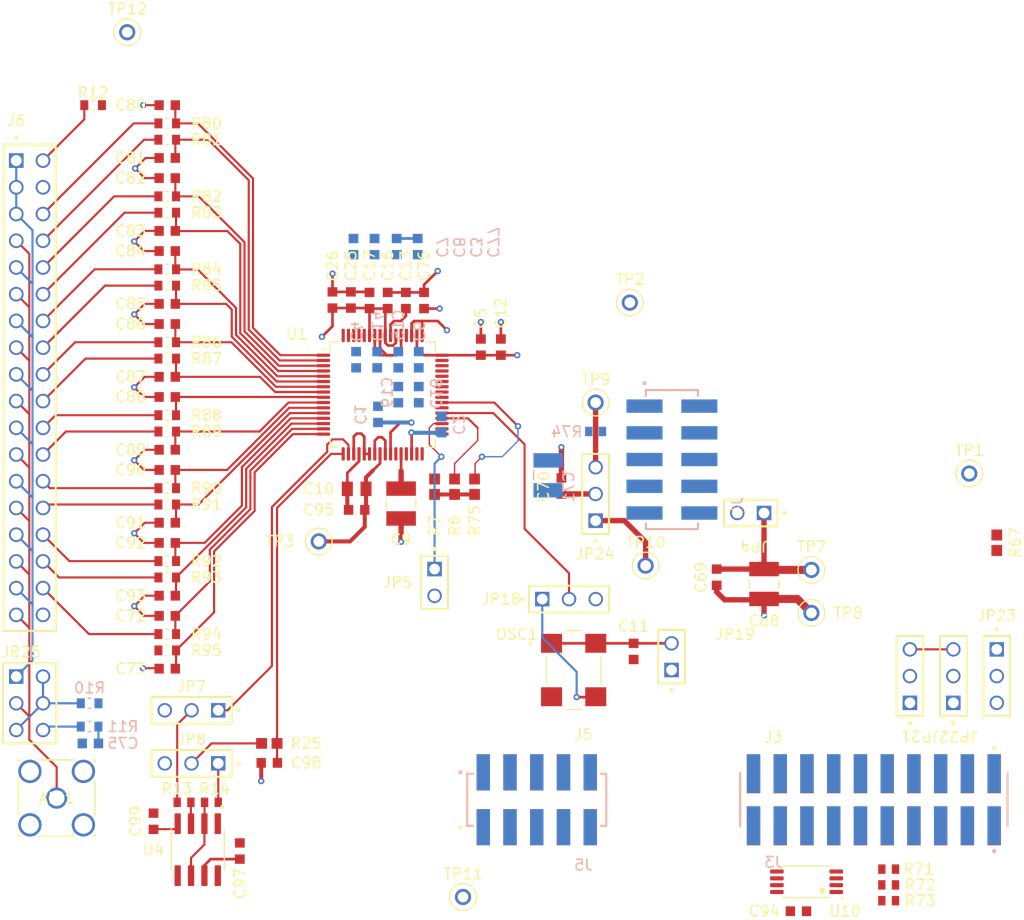
<source format=kicad_pcb>
(kicad_pcb (version 20240108) (generator "pcbnew") (generator_version "8.0")
  (layers (0 "F.Cu" signal) (1 "In1.Cu" signal) (2 "In2.Cu" signal) (31 "B.Cu" signal) (34 "B.Paste" user) (35 "F.Paste" user) (36 "B.SilkS" user "B.Silkscreen") (37 "F.SilkS" user "F.Silkscreen") (38 "B.Mask" user) (39 "F.Mask" user) (44 "Edge.Cuts" user))
  (net 0 "")
  (net 1 "11")
  (net 2 "AVSS")
  (net 3 "VCAP4")
  (net 4 "GNDA")
  (net 5 "VCAP2")
  (net 6 "VCAP3")
  (net 7 "AVDD")
  (net 8 "VCAP1")
  (net 9 "VREFP")
  (net 10 "Net-(OSC1-E{slash}D)")
  (net 11 "AIN1N")
  (net 12 "AIN1P")
  (net 13 "REF_ELEC")
  (net 14 "AIN8N")
  (net 15 "AIN8P")
  (net 16 "AIN7N")
  (net 17 "AIN7P")
  (net 18 "AIN6N")
  (net 19 "AIN6P")
  (net 20 "AIN5N")
  (net 21 "AIN5P")
  (net 22 "AIN4N")
  (net 23 "AIN4P")
  (net 24 "AIN3N")
  (net 25 "AIN3P")
  (net 26 "AIN2N")
  (net 27 "AIN2P")
  (net 28 "Net-(U4-V-)")
  (net 29 "36")
  (net 30 "10")
  (net 31 "20")
  (net 32 "1")
  (net 33 "24")
  (net 34 "28")
  (net 35 "14")
  (net 36 "32")
  (net 37 "26")
  (net 38 "18")
  (net 39 "6")
  (net 40 "22")
  (net 41 "8")
  (net 42 "12")
  (net 44 "30")
  (net 45 "34")
  (net 46 "16")
  (net 47 "Net-(J6-Pad02)")
  (net 48 "BIAS_ELEC")
  (net 49 "SRB2")
  (net 50 "{slash}PWDN")
  (net 51 "Net-(JP8-Pad02)")
  (net 52 "Net-(U4--IN)")
  (net 53 "EXT_CLK")
  (net 54 "CLK")
  (net 55 "Net-(OSC1-OUTPUT)")
  (net 56 "DVDD")
  (net 57 "Net-(JP25-Pad02)")
  (net 58 "Net-(JP25-Pad06)")
  (net 59 "{slash}RESET")
  (net 60 "BIAS_SHD")
  (net 61 "Net-(U4-+IN)")
  (net 62 "SRB1")
  (net 63 "SPI_CS")
  (net 65 "GPIO1")
  (net 66 "SPI_START")
  (net 67 "GPIO4")
  (net 68 "DAISY_IN")
  (net 69 "CLKSEL")
  (net 70 "GPIO3")
  (net 71 "GPIO2")
  (net 72 "SPI_DRDY")
  (net 73 "SPI_IN")
  (net 74 "SPI_CLK")
  (net 75 "SPI_OUT")
  (net 77 "Net-(JP8-Pad01)")
  (net 78 "Net-(JP7-Pad02)")
  (net 79 "GND")
  (net 80 "+5V")
  (net 81 "+3V3")
  (net 82 "Net-(J3-Pin_14)")
  (net 84 "/SCL")
  (net 85 "/SDA")
  (net 86 "Net-(J4-Pin_10)")
  (net 87 "Net-(J3-Pin_1)")
  (net 88 "Net-(J3-Pin_7)")
  (net 89 "Net-(J3-Pin_2)")
  (net 90 "Net-(J4-Pin_7)")
  (net 91 "Net-(J4-Pin_9)")
  (footprint "5000:KEYSTONE_5000" (layer "F.Cu") (at 151.75 67.5)
    (property "Reference" "TP10")
    (property "Value" "5001" (hide yes))
  )
  (footprint "5001:KEYSTONE_5001" (layer "F.Cu") (at 150.25 42.5)
    (property "Reference" "TP2")
    (property "Value" "5001" (hide yes))
  )
  (footprint "RC0603FR-074K99L:RESC1608X60N" (layer "F.Cu") (at 106.3 75.559694 180)
    (property "Reference" "R95")
    (property "Value" "4.99K" (hide yes))
  )
  (footprint "5001:KEYSTONE_5001" (layer "F.Cu") (at 102.5 16.8)
    (property "Reference" "TP12")
    (property "Value" "5001" (hide yes))
  )
  (footprint "RC0603FR-074K99L:RESC1608X60N" (layer "F.Cu") (at 106.3 61.690278 180)
    (property "Reference" "R91")
    (property "Value" "4.99K" (hide yes))
  )
  (footprint "TSW-102-07-T-S:SAMTEC_TSW-102-07-T-S" (layer "F.Cu") (at 161.73 62.5 180)
    (property "Reference" "JP4")
    (property "Value" "TSW-102-07-T-S" (hide yes))
  )
  (footprint "GRM188R71H472KA01D:CAPC1608X90N" (layer "F.Cu") (at 106.3 28.750415)
    (property "Reference" "C81")
    (property "Value" "4.7nF" (hide yes))
  )
  (footprint "RC0603FR-074K99L:RESC1608X60N" (layer "F.Cu") (at 106.3 67.072509 180)
    (property "Reference" "R92")
    (property "Value" "4.99K" (hide yes))
  )
  (footprint "GRM188R71H472KA01D:CAPC1608X90N" (layer "F.Cu") (at 106.3 51.469416 180)
    (property "Reference" "C88")
    (property "Value" "4.7nF" (hide yes))
  )
  (footprint "5001:KEYSTONE_5001" (layer "F.Cu") (at 182.5 58.75)
    (property "Reference" "TP1")
    (property "Value" "5001" (hide yes))
  )
  (footprint "GRM188R71H472KA01D:CAPC1608X90N" (layer "F.Cu") (at 106.3 30.665292 180)
    (property "Reference" "C82")
    (property "Value" "4.7nF" (hide yes))
  )
  (footprint "RC0402JR-070RL:RESC1005X40" (layer "F.Cu") (at 174.84 99.35 180)
    (property "Reference" "R73")
    (property "Value" "0" (hide yes))
  )
  (footprint "24AA256-I_ST:SOP8P65_300X640X120L60X24N" (layer "F.Cu") (at 167.04 97.55 180)
    (property "Reference" "U10")
    (property "Value" "24AA256-I/ST" (hide yes))
  )
  (footprint "GRM188R61E105KA12D:CAPC1608X90N" (layer "F.Cu") (at 150.6125 75.655 -90)
    (property "Reference" "C11")
    (property "Value" "1uF" (hide yes))
  )
  (footprint "GRM188R71H472KA01D:CAPC1608X90N" (layer "F.Cu") (at 106.3 49.554539)
    (property "Reference" "C87")
    (property "Value" "4.7nF" (hide yes))
  )
  (footprint "TSW-102-07-T-S:SAMTEC_TSW-102-07-T-S" (layer "F.Cu") (at 154.2125 76.155 90)
    (property "Reference" "JP19")
    (property "Value" "TSW-102-07-T-S" (hide yes))
  )
  (footprint "132134:132134_AMP" (layer "F.Cu") (at 95.8 89.6)
    (property "Reference" "AIN1")
    (property "Value" "AIN1" (hide yes))
  )
  (footprint "5000:KEYSTONE_5000" (layer "F.Cu") (at 167.5 67.91)
    (property "Reference" "TP7")
    (property "Value" "5001" (hide yes))
  )
  (footprint "TSW-103-07-T-S:SAMTEC_TSW-103-07-T-S" (layer "F.Cu") (at 176.86 78 90)
    (property "Reference" "JP21")
    (property "Value" "TSW-103-07-T-S" (hide yes))
  )
  (footprint "GRM188R71H472KA01D:CAPC1608X90N" (layer "F.Cu") (at 106.3 65.338832 180)
    (property "Reference" "C92")
    (property "Value" "4.7nF" (hide yes))
  )
  (footprint "RC0603FR-074K99L:RESC1608X60N" (layer "F.Cu") (at 106.3 40.886154 180)
    (property "Reference" "R85")
    (property "Value" "4.99K" (hide yes))
  )
  (footprint "GRM188R71H104KA93D:CAPC1608X90N" (layer "F.Cu") (at 124.3 62.2 180)
    (property "Reference" "C95")
    (property "Value" "0.1uF" (hide yes))
  )
  (footprint "TSW-103-07-T-S:SAMTEC_TSW-103-07-T-S" (layer "F.Cu") (at 108.61 81.25 180)
    (property "Reference" "JP7")
    (property "Value" "TSW-103-07-T-S" (hide yes))
  )
  (footprint "OPA376AID:SOIC127P599X175-8N" (layer "F.Cu") (at 109.2 94.5 -90)
    (property "Reference" "U4")
    (property "Value" "OPA376" (hide yes))
  )
  (footprint "GRM188R71H472KA01D:CAPC1608X90N" (layer "F.Cu") (at 106.3 70.358663)
    (property "Reference" "C93")
    (property "Value" "4.7nF" (hide yes))
  )
  (footprint "RC0603FR-074K99L:RESC1608X60N" (layer "F.Cu") (at 106.3 60.137801 180)
    (property "Reference" "R90")
    (property "Value" "4.99K" (hide yes))
  )
  (footprint "GRM188R71H472KA01D:CAPC1608X90N" (layer "F.Cu") (at 106.3 72.27354 180)
    (property "Reference" "C72")
    (property "Value" "4.7nF" (hide yes))
  )
  (footprint "SSW-118-21-F-D:SAMTEC_SSW-118-21-F-D" (layer "F.Cu") (at 94.96 29 90)
    (property "Reference" "J6")
    (property "Value" "36PIN_IDC" (hide yes))
  )
  (footprint "5000:KEYSTONE_5000" (layer "F.Cu") (at 120.7 65.2)
    (property "Reference" "TP3")
    (property "Value" "5000" (hide yes))
  )
  (footprint "RC0603FR-0710KL:RESC1607X60N" (layer "F.Cu") (at 131.7 60 90)
    (property "Reference" "R7")
    (property "Value" "10K" (hide yes))
  )
  (footprint "GRM188R61E105KA12D:CAPC1608X90N" (layer "F.Cu") (at 105 91.8 90)
    (property "Reference" "C99")
    (property "Value" "1uF" (hide yes))
  )
  (footprint "RC0603JR-070RL:RESC1607X60N" (layer "F.Cu") (at 116 84.4 180)
    (property "Reference" "R25")
    (property "Value" "0" (hide yes))
  )
  (footprint "GRM188R71H104KA93D:CAPC1608X90N" (layer "F.Cu") (at 143.75 59.9375 90)
    (property "Reference" "C70")
    (property "Value" "0.1uF" (hide yes))
  )
  (footprint "RC0603FR-074K99L:RESC1608X60N" (layer "F.Cu") (at 106.3 46.268385 180)
    (property "Reference" "R86")
    (property "Value" "4.99K" (hide yes))
  )
  (footprint "TSW-103-07-T-S:SAMTEC_TSW-103-07-T-S" (layer "F.Cu") (at 147 60.6875 90)
    (property "Reference" "JP24")
    (property "Value" "TSW-103-07-T-S" (hide yes))
  )
  (footprint "RC0603FR-074K99L:RESC1608X60N" (layer "F.Cu") (at 106.3 54.75557 180)
    (property "Reference" "R89")
    (property "Value" "4.99K" (hide yes))
  )
  (footprint "GRM188R71H472KA01D:CAPC1608X90N" (layer "F.Cu") (at 106.3 23.730584 180)
    (property "Reference" "C80")
    (property "Value" "4.7nF" (hide yes))
  )
  (footprint "RC0603FR-074K99L:RESC1608X60N" (layer "F.Cu") (at 106.3 68.624986 180)
    (property "Reference" "R93")
    (property "Value" "4.99K" (hide yes))
  )
  (footprint "GRM188R71H104KA93D:CAPC1608X90N" (layer "F.Cu") (at 166.27 100.35)
    (property "Reference" "C94")
    (property "Value" "0.1uF" (hide yes))
  )
  (footprint "RC0603FR-074K99L:RESC1608X60N" (layer "F.Cu") (at 106.3 33.951446 180)
    (property "Reference" "R83")
    (property "Value" "4.99K" (hide yes))
  )
  (footprint "RC0603FR-074K99L:RESC1608X60N" (layer "F.Cu") (at 106.3 74.007217 180)
    (property "Reference" "R94")
    (property "Value" "4.99K" (hide yes))
  )
  (footprint "RC0402JR-070RL:RESC1005X40" (layer "F.Cu") (at 174.84 97.85 180)
    (property "Reference" "R72")
    (property "Value" "0" (hide yes))
  )
  (footprint "GRM219R61A106KE44D:CAPC2012X95N" (layer "F.Cu") (at 124.3 60.2 180)
    (property "Reference" "C10")
    (property "Value" "10uF" (hide yes))
  )
  (footprint "RC0603FR-074K99L:RESC1608X60N" (layer "F.Cu") (at 106.3 39.333677 180)
    (property "Reference" "R84")
    (property "Value" "4.99K" (hide yes))
  )
  (footprint "GRM188R71H104KA93D:CAPC1608X90N" (layer "F.Cu") (at 122 42.25 90)
    (property "Reference" "C26")
    (property "Value" "0.1uF" (hide yes))
  )
  (footprint "LMK325BJ107MM_T:CAPC3225X280N" (layer "F.Cu") (at 163 69.25 -90)
    (property "Reference" "C68")
    (property "Value" "100uF" (hide yes))
  )
  (footprint "GRM188R61E105KA12D:CAPC1608X90N" (layer "F.Cu") (at 130.7 42.3 -90)
    (property "Reference" "C76")
    (property "Value" "1uF" (hide yes))
  )
  (footprint "ADS1299CPAG:QFP64P50_1200X1200X120L60X22N" (layer "F.Cu") (at 126.77 51.25)
    (property "Reference" "U1")
    (property "Value" "ADS1299IPAG" (hide yes))
  )
  (footprint "GRM188R71H472KA01D:CAPC1608X90N" (layer "F.Cu") (at 106.3 58.404124 180)
    (property "Reference" "C90")
    (property "Value" "4.7nF" (hide yes))
  )
  (footprint "GRM188R71H472KA01D:CAPC1608X90N" (layer "F.Cu") (at 106.3 63.423955)
    (property "Reference" "C91")
    (property "Value" "4.7nF" (hide yes))
  )
  (footprint "RC0603FR-074K99L:RESC1608X60N" (layer "F.Cu") (at 106.3 47.820862 180)
    (property "Reference" "R87")
    (property "Value" "4.99K" (hide yes))
  )
  (footprint "SSW-105-22-F-D-VS-K:SAMTEC_SSW-105-22-F-D-VS-K" (layer "F.Cu") (at 140.4075 89.755)
    (property "Reference" "J5")
    (property "Value" "~" (hide yes))
  )
  (footprint "FXO-HC735:XTAL_FXO-HC735-8" (layer "F.Cu") (at 144.9125 77.425 -90)
    (property "Reference" "OSC1")
    (property "Value" "HC735-2.048MHZ" (hide yes))
  )
  (footprint "TSW-103-07-T-S:SAMTEC_TSW-103-07-T-S" (layer "F.Cu") (at 108.61 86.3 180)
    (property "Reference" "JP8")
    (property "Value" "TSW-103-07-T-S" (hide yes))
  )
  (footprint "TSW-103-07-T-D:SAMTEC_TSW-103-07-T-D" (layer "F.Cu") (at 93.23 80.5875 -90)
    (property "Reference" "JP25")
    (property "Value" "TSW-103-07-T-D" (hide yes))
  )
  (footprint "RC0603FR-074K99L:RESC1608X60N" (layer "F.Cu") (at 99.2618 23.730584)
    (property "Reference" "R12")
    (property "Value" "4.99K" (hide yes))
  )
  (footprint "GRM188R71H104KA93D:CAPC1608X90N" (layer "F.Cu") (at 158.5 68.6 -90)
    (property "Reference" "C69")
    (property "Value" "0.1uF" (hide yes))
  )
  (footprint "GRM188R71H472KA01D:CAPC1608X90N" (layer "F.Cu") (at 106.3 42.619831)
    (property "Reference" "C85")
    (property "Value" "4.7nF" (hide yes))
  )
  (footprint "GRM188R71H472KA01D:CAPC1608X90N" (layer "F.Cu") (at 106.3 77.293394)
    (property "Reference" "C73")
    (property "Value" "4.7nF" (hide yes))
  )
  (footprint "5001:KEYSTONE_5001" (layer "F.Cu") (at 134.4 99)
    (property "Reference" "TP11")
    (property "Value" "5001" (hide yes))
  )
  (footprint "TSM-110-01-T-DV-P-TR:SAMTEC_TSM-110-01-T-DV-P-TR" (layer "F.Cu") (at 173.43 89.7725)
    (property "Reference" "J3")
    (property "Value" "Conn_02x10_Odd_Even" (hide yes))
  )
  (footprint "GRM188R61E105KA12D:CAPC1608X90N" (layer "F.Cu") (at 125.52 42.3 90)
    (property "Reference" "C17")
    (property "Value" "1uF" (hide yes))
  )
  (footprint "GRM188R61E105KA12D:CAPC1608X90N" (layer "F.Cu") (at 123.75 42.25 90)
    (property "Reference" "C25")
    (property "Value" "1uF" (hide yes))
  )
  (footprint "RC0402JR-070RL:RESC1005X40" (layer "F.Cu") (at 110.5 90 180)
    (property "Reference" "R14")
    (property "Value" "0" (hide yes))
  )
  (footprint "RC0603FR-0710KL:RESC1607X60N" (layer "F.Cu") (at 135.5 60 90)
    (property "Reference" "R75")
    (property "Value" "10K" (hide yes))
  )
  (footprint "GRM188R71H472KA01D:CAPC1608X90N" (layer "F.Cu") (at 106.3 35.685123)
    (property "Reference" "C83")
    (property "Value" "4.7nF" (hide yes))
  )
  (footprint "RC0402JR-070RL:RESC1005X40" (layer "F.Cu") (at 107.9 90 180)
    (property "Reference" "R13")
    (property "Value" "0" (hide yes))
  )
  (footprint "RC0603FR-0710KL:RESC1607X60N" (layer "F.Cu") (at 133.6 60 90)
    (property "Reference" "R6")
    (property "Value" "10K" (hide yes))
  )
  (footprint "5001:KEYSTONE_5001" (layer "F.Cu") (at 167.5 72)
    (property "Reference" "TP8")
    (property "Value" "5001" (hide yes))
  )
  (footprint "GRM188R71H472KA01D:CAPC1608X90N" (layer "F.Cu") (at 106.3 56.489247)
    (property "Reference" "C89")
    (property "Value" "4.7nF" (hide yes))
  )
  (footprint "TSW-102-07-T-S:SAMTEC_TSW-102-07-T-S" (layer "F.Cu") (at 131.7 69.1 -90)
    (property "Reference" "JP5")
    (property "Value" "TSW-102-07-T-S" (hide yes))
  )
  (footprint "RC0603FR-074K99L:RESC1608X60N" (layer "F.Cu") (at 106.3 32.398969 180)
    (property "Reference" "R82")
    (property "Value" "4.99K" (hide yes))
  )
  (footprint "RC0603FR-074K99L:RESC1608X60N" (layer "F.Cu") (at 106.3 25.464261 180)
    (property "Reference" "R80")
    (property "Value" "4.99K" (hide yes))
  )
  (footprint "GRM188R71H472KA01D:CAPC1608X90N" (layer "F.Cu") (at 106.3 44.534708 180)
    (property "Reference" "C86")
    (property "Value" "4.7nF" (hide yes))
  )
  (footprint "5000:KEYSTONE_5000" (layer "F.Cu") (at 147 52)
    (property "Reference" "TP9")
    (property "Value" "5001" (hide yes))
  )
  (footprint "GRM188R61E105KA12D:CAPC1608X90N" (layer "F.Cu") (at 136.1 46.73 90)
    (property "Reference" "C5")
    (property "Value" "1uF" (hide yes))
  )
  (footprint "RC0402JR-070RL:RESC1005X40" (layer "F.Cu") (at 174.84 96.35 180)
    (property "Reference" "R71")
    (property "Value" "0" (hide yes))
  )
  (footprint "GRM188R71H104KA93D:CAPC1608X90N" (layer "F.Cu") (at 127.246666 42.3 90)
    (property "Reference" "C16")
    (property "Value" "0.1uF" (hide yes))
  )
  (footprint "TSW-103-07-T-S:SAMTEC_TSW-103-07-T-S" (layer "F.Cu") (at 185.11 78 -90)
    (property "Reference" "JP23")
    (property "Value" "TSW-103-07-T-S" (hide yes))
  )
  (footprint "GRM188R71H104KA93D:CAPC1608X90N" (layer "F.Cu") (at 116 86.25 180)
    (property "Reference" "C98")
    (property "Value" "0.01uF" (hide yes))
  )
  (footprint "GRM188R71H472KA01D:CAPC1608X90N" (layer "F.Cu") (at 106.3 37.6 180)
    (property "Reference" "C84")
    (property "Value" "4.7nF" (hide yes))
  )
  (footprint "TSW-103-07-T-S:SAMTEC_TSW-103-07-T-S" (layer "F.Cu") (at 144.4725 70.685)
    (property "Reference" "JP18")
    (property "Value" "TSW-103-07-T-S" (hide yes))
  )
  (footprint "LMK325BJ107MM_T:CAPC3225X280N" (layer "F.Cu") (at 128.52 61.6 -90)
    (property "Reference" "C9")
    (property "Value" "100uF" (hide yes))
  )
  (footprint "RC0603FR-074K99L:RESC1608X60N" (layer "F.Cu") (at 106.3 27.016738 180)
    (property "Reference" "R81")
    (property "Value" "4.99K" (hide yes))
  )
  (footprint "GRM188R61E105KA12D:CAPC1608X90N" (layer "F.Cu") (at 113.2 94.63 90)
    (property "Reference" "C97")
    (property "Value" "1uF" (hide yes))
  )
  (footprint "GRM188R71H104KA93D:CAPC1608X90N" (layer "F.Cu") (at 128.973332 42.3 90)
    (property "Reference" "C13")
    (property "Value" "0.1uF" (hide yes))
  )
  (footprint "RC0603FR-0710KL:RESC1607X60N" (layer "F.Cu") (at 185.11 65.325 -90)
    (property "Reference" "R67")
    (property "Value" "10K" (hide yes))
  )
  (footprint "RC0603FR-074K99L:RESC1608X60N" (layer "F.Cu") (at 106.3 53.203093 180)
    (property "Reference" "R88")
    (property "Value" "4.99K" (hide yes))
  )
  (footprint "TSW-103-07-T-S:SAMTEC_TSW-103-07-T-S" (layer "F.Cu") (at 180.985 78 90)
    (property "Reference" "JP22")
    (property "Value" "TSW-103-07-T-S" (hide yes))
  )
  (footprint "GRM188R71H104KA93D:CAPC1608X90N" (layer "F.Cu") (at 138 46.73 90)
    (property "Reference" "C12")
    (property "Value" "0.1uF" (hide yes))
  )
  (footprint "GRM188R71H472KA01D:CAPC1608X90N" (layer "B.Cu") (at 99 84.4 180)
    (property "Reference" "C75")
    (property "Value" "4.7nF" (hide yes))
  )
  (footprint "GRM188R61E105KA12D:CAPC1608X90N" (layer "B.Cu") (at 130.1 37.175 -90)
    (property "Reference" "C77")
    (property "Value" "1uF" (hide yes))
  )
  (footprint "SSW-105-22-F-D-VS-K:SAMTEC_SSW-105-22-F-D-VS-K" (layer "B.Cu") (at 154.25 57.42 90)
    (property "Reference" "J4")
    (property "Value" "~" (hide yes))
  )
  (footprint "GRM188R61E105KA12D:CAPC1608X90N" (layer "B.Cu") (at 126.325 53.125 90)
    (property "Reference" "C1")
    (property "Value" "1uF" (hide yes))
  )
  (footprint "GRM188R71H104KA93D:CAPC1608X90N" (layer "B.Cu") (at 126.25 47.93 90)
    (property "Reference" "C14")
    (property "Value" "0.1uF" (hide yes))
  )
  (footprint "RC0402JR-070RL:RESC1005X40" (layer "B.Cu") (at 147 54.75 180)
    (property "Reference" "R74")
    (property "Value" "0" (hide yes))
  )
  (footprint "RC0603FR-074K99L:RESC1608X60N" (layer "B.Cu") (at 98.9318 80.5875)
    (property "Reference" "R10")
    (property "Value" "4.99K" (hide yes))
  )
  (footprint "GRM188R61E105KA12D:CAPC1608X90N" (layer "B.Cu") (at 126 37.175 90)
    (property "Reference" "C8")
    (property "Value" "1uF" (hide yes))
  )
  (footprint "SSW-105-22-F-D-VS-K:SAMTEC_SSW-105-22-F-D-VS-K" (layer "B.Cu") (at 140.4075 89.755)
    (property "Reference" "J5")
    (property "Value" "~" (hide yes))
  )
  (footprint "GRM188R61E105KA12D:CAPC1608X90N" (layer "B.Cu") (at 132.375 54.1 90)
    (property "Reference" "C2")
    (property "Value" "1uF" (hide yes))
  )
  (footprint "GRM188R61E105KA12D:CAPC1608X90N" (layer "B.Cu") (at 124 37.175 90)
    (property "Reference" "C7")
    (property "Value" "1uF" (hide yes))
  )
  (footprint "GRM188R71H104KA93D:CAPC1608X90N" (layer "B.Cu") (at 128.25 51.25 -90)
    (property "Reference" "C19")
    (property "Value" "0.1uF" (hide yes))
  )
  (footprint "GRM188R71H104KA93D:CAPC1608X90N" (layer "B.Cu") (at 130.2 51.25 -90)
    (property "Reference" "C18")
    (property "Value" "0.1uF" (hide yes))
  )
  (footprint "GRM188R61E105KA12D:CAPC1608X90N" (layer "B.Cu") (at 128.1 37.175 90)
    (property "Reference" "C3")
    (property "Value" "1uF" (hide yes))
  )
  (footprint "GRM188R71H104KA93D:CAPC1608X90N" (layer "B.Cu") (at 128.25 47.93 90)
    (property "Reference" "C15")
    (property "Value" "0.1uF" (hide yes))
  )
  (footprint "RC0603FR-074K99L:RESC1608X60N" (layer "B.Cu") (at 98.925 82.8)
    (property "Reference" "R11")
    (property "Value" "4.99K" (hide yes))
  )
  (footprint "GRM188R61E105KA12D:CAPC1608X90N" (layer "B.Cu") (at 124.25 47.93 90)
    (property "Reference" "C4")
    (property "Value" "1uF" (hide yes))
  )
  (footprint "TSM-110-01-T-DV-P-TR:SAMTEC_TSM-110-01-T-DV-P-TR" (layer "B.Cu") (at 173.43 89.7375)
    (property "Reference" "J3")
    (property "Value" "Conn_02x10_Odd_Even" (hide yes))
  )
  (footprint "GRM188R61E105KA12D:CAPC1608X90N" (layer "B.Cu") (at 130.2 47.93 90)
    (property "Reference" "C6")
    (property "Value" "1uF" (hide yes))
  )
  (footprint "LMK325BJ107MM_T:CAPC3225X280N" (layer "B.Cu") (at 142.5 58.92 90)
    (property "Reference" "C71")
    (property "Value" "100uF" (hide yes))
  )
  (gr_line (start 107.3 92.55) (end 104.95 92.55) (stroke (width 0.2)) (layer "F.Cu") (net 28))
  (segment (start 93.2 42.94) (end 91.96 41.7) (width 0.2032) (layer "F.Cu") (net 1))
  (segment (start 93.2 37.86) (end 91.96 36.62) (width 0.2032) (layer "F.Cu") (net 1))
  (segment (start 93.2 48.02) (end 93.2 42.94) (width 0.2032) (layer "F.Cu") (net 1))
  (segment (start 93.2 84.05) (end 95.8 86.65) (width 0.2032) (layer "F.Cu") (net 1))
  (segment (start 93.2 68.34) (end 93.2 63.26) (width 0.2032) (layer "F.Cu") (net 1))
  (segment (start 93.2 73.42) (end 93.2 68.34) (width 0.2032) (layer "F.Cu") (net 1))
  (segment (start 93.2 42.94) (end 93.2 37.86) (width 0.2032) (layer "F.Cu") (net 1))
  (segment (start 93.2 58.18) (end 91.96 56.94) (width 0.2032) (layer "F.Cu") (net 1))
  (segment (start 93.2 68.34) (end 91.96 67.1) (width 0.2032) (layer "F.Cu") (net 1))
  (segment (start 93.2 63.26) (end 93.2 58.18) (width 0.2032) (layer "F.Cu") (net 1))
  (segment (start 93.2 58.18) (end 93.2 53.1) (width 0.2032) (layer "F.Cu") (net 1))
  (segment (start 93.2 48.02) (end 91.96 46.78) (width 0.2032) (layer "F.Cu") (net 1))
  (segment (start 95.8 86.65) (end 95.8 89.6) (width 0.2032) (layer "F.Cu") (net 1))
  (segment (start 93.2 53.1) (end 91.96 51.86) (width 0.2032) (layer "F.Cu") (net 1))
  (segment (start 91.96 80.5875) (end 93.2 81.8275) (width 0.2032) (layer "F.Cu") (net 1))
  (segment (start 93.2 73.42) (end 91.96 72.18) (width 0.2032) (layer "F.Cu") (net 1))
  (segment (start 93.2 63.26) (end 91.96 62.02) (width 0.2032) (layer "F.Cu") (net 1))
  (segment (start 93.2 81.8275) (end 93.2 73.42) (width 0.2032) (layer "F.Cu") (net 1))
  (segment (start 93.2 81.8275) (end 93.2 84.05) (width 0.2032) (layer "F.Cu") (net 1))
  (segment (start 93.2 53.1) (end 93.2 48.02) (width 0.2032) (layer "F.Cu") (net 1))
  (segment (start 123.412 62.082) (end 123.53 62.2) (width 0.381) (layer "F.Cu") (net 2))
  (segment (start 127.02 55.62) (end 127.02 56.88) (width 0.254) (layer "F.Cu") (net 2))
  (segment (start 124.52 56.88) (end 124.52 57.58) (width 0.254) (layer "F.Cu") (net 2))
  (segment (start 126.7 55.3) (end 127.02 55.62) (width 0.254) (layer "F.Cu") (net 2))
  (segment (start 126.35 55.3) (end 126.7 55.3) (width 0.254) (layer "F.Cu") (net 2))
  (segment (start 123.412 60.2) (end 123.412 62.082) (width 0.381) (layer "F.Cu") (net 2))
  (segment (start 124.52 57.58) (end 123.412 58.688) (width 0.254) (layer "F.Cu") (net 2))
  (segment (start 130.7 41.53) (end 130.7 40.8) (width 0.254) (layer "F.Cu") (net 2))
  (segment (start 127.15592 47.5) (end 127.7 47.5) (width 0.254) (layer "F.Cu") (net 2))
  (segment (start 127.7 47.5) (end 128.1 47.5) (width 0.254) (layer "F.Cu") (net 2))
  (segment (start 126.02 55.63) (end 126.35 55.3) (width 0.254) (layer "F.Cu") (net 2))
  (segment (start 128.52 63.02) (end 128.52 65.23) (width 0.508) (layer "F.Cu") (net 2))
  (segment (start 128.52 47.08) (end 128.52 45.62) (width 0.254) (layer "F.Cu") (net 2))
  (segment (start 126.52 46.86408) (end 127.15592 47.5) (width 0.254) (layer "F.Cu") (net 2))
  (segment (start 123.412 58.688) (end 123.412 60.2) (width 0.254) (layer "F.Cu") (net 2))
  (segment (start 127.246666 41.53) (end 130.7 41.53) (width 0.254) (layer "F.Cu") (net 2))
  (segment (start 126.52 45.62) (end 126.52 46.86408) (width 0.254) (layer "F.Cu") (net 2))
  (segment (start 126.02 56.88) (end 126.02 55.63) (width 0.254) (layer "F.Cu") (net 2))
  (segment (start 130.7 40.8) (end 132 39.5) (width 0.254) (layer "F.Cu") (net 2))
  (segment (start 128.1 47.5) (end 128.52 47.08) (width 0.254) (layer "F.Cu") (net 2))
  (segment (start 126.4 47.5) (end 127.7 47.5) (width 0.254) (layer "F.Cu") (net 2))
  (segment (start 126.02 47.12) (end 126.4 47.5) (width 0.254) (layer "F.Cu") (net 2))
  (segment (start 126.02 45.62) (end 126.02 47.12) (width 0.254) (layer "F.Cu") (net 2))
  (via (at 132 39.5) (size 0.6) (drill 0.3) (layers "F.Cu" "B.Cu") (net 2))
  (via (at 128.52 65.23) (size 0.6) (drill 0.3) (layers "F.Cu" "B.Cu") (net 2))
  (segment (start 128.1 36.405) (end 130.1 36.405) (width 0.254) (layer "B.Cu") (net 2))
  (segment (start 130.17 47.16) (end 130.2 47.19) (width 0.254) (layer "B.Cu") (net 2))
  (segment (start 128.45 53.9) (end 129.5 53.9) (width 0.254) (layer "F.Cu") (net 3))
  (segment (start 127.52 56.88) (end 127.52 54.83) (width 0.254) (layer "F.Cu") (net 3))
  (segment (start 127.52 54.83) (end 128.45 53.9) (width 0.254) (layer "F.Cu") (net 3))
  (via (at 129.5 53.9) (size 0.6) (drill 0.3) (layers "F.Cu" "B.Cu") (net 3))
  (segment (start 126.325 53.895) (end 129.495 53.895) (width 0.381) (layer "B.Cu") (net 3))
  (segment (start 129.495 53.895) (end 129.5 53.9) (width 0.381) (layer "B.Cu") (net 3))
  (segment (start 104.085292 51.469416) (end 105.45 51.469416) (width 0.2032) (layer "F.Cu") (net 4))
  (segment (start 130.5 44.25) (end 132 44.25) (width 0.254) (layer "F.Cu") (net 4))
  (segment (start 132.875 45.125) (end 133 45.25) (width 0.254) (layer "F.Cu") (net 4))
  (segment (start 104.085292 65.338832) (end 105.45 65.338832) (width 0.2032) (layer "F.Cu") (net 4))
  (segment (start 129.52 44.48) (end 129.75 44.25) (width 0.254) (layer "F.Cu") (net 4))
  (segment (start 104.085292 72.27354) (end 105.45 72.27354) (width 0.2032) (layer "F.Cu") (net 4))
  (segment (start 105.53 23.730584) (end 104.019416 23.730584) (width 0.2032) (layer "F.Cu") (net 4))
  (segment (start 105.45 35.685123) (end 104.169585 35.685123) (width 0.2032) (layer "F.Cu") (net 4))
  (segment (start 103.17 64.42354) (end 104.085292 65.338832) (width 0.2032) (layer "F.Cu") (net 4))
  (segment (start 105.45 56.489247) (end 104.169585 56.489247) (width 0.2032) (layer "F.Cu") (net 4))
  (segment (start 129.75 44.25) (end 130.5 44.25) (width 0.254) (layer "F.Cu") (net 4))
  (segment (start 103.17 43.619416) (end 104.085292 44.534708) (width 0.2032) (layer "F.Cu") (net 4))
  (segment (start 103.25 29.75) (end 104.165292 30.665292) (width 0.2032) (layer "F.Cu") (net 4))
  (segment (start 105.45 70.358663) (end 104.169585 70.358663) (width 0.2032) (layer "F.Cu") (net 4))
  (segment (start 103.17 36.684708) (end 104.085292 37.6) (width 0.2032) (layer "F.Cu") (net 4))
  (segment (start 104.165292 30.665292) (end 105.53 30.665292) (width 0.2032) (layer "F.Cu") (net 4))
  (segment (start 122 41.48) (end 123.75 41.48) (width 0.254) (layer "F.Cu") (net 4))
  (segment (start 104.085292 44.534708) (end 105.45 44.534708) (width 0.2032) (layer "F.Cu") (net 4))
  (segment (start 122 41.48) (end 122 39.75) (width 0.254) (layer "F.Cu") (net 4))
  (segment (start 123.75 41.48) (end 125.47 41.48) (width 0.254) (layer "F.Cu") (net 4))
  (segment (start 129.52 45.62) (end 129.52 44.48) (width 0.254) (layer "F.Cu") (net 4))
  (segment (start 103.17 71.358248) (end 104.085292 72.27354) (width 0.2032) (layer "F.Cu") (net 4))
  (segment (start 104.085292 58.404124) (end 105.45 58.404124) (width 0.2032) (layer "F.Cu") (net 4))
  (segment (start 104.085292 37.6) (end 105.45 37.6) (width 0.2032) (layer "F.Cu") (net 4))
  (segment (start 104.169585 56.489247) (end 103.17 57.488832) (width 0.2032) (layer "F.Cu") (net 4))
  (segment (start 136.1 45.96) (end 136.1 44.35) (width 0.254) (layer "F.Cu") (net 4))
  (segment (start 103.17 50.554124) (end 104.085292 51.469416) (width 0.2032) (layer "F.Cu") (net 4))
  (segment (start 105.505292 77.25) (end 103.994708 77.25) (width 0.2032) (layer "F.Cu") (net 4))
  (segment (start 104.169585 49.554539) (end 103.17 50.554124) (width 0.2032) (layer "F.Cu") (net 4))
  (segment (start 130.7 43.07) (end 132.18 43.07) (width 0.254) (layer "F.Cu") (net 4))
  (segment (start 105.45 63.423955) (end 104.169585 63.423955) (width 0.2032) (layer "F.Cu") (net 4))
  (segment (start 104.169585 70.358663) (end 103.17 71.358248) (width 0.2032) (layer "F.Cu") (net 4))
  (segment (start 125.47 41.48) (end 125.52 41.53) (width 0.254) (layer "F.Cu") (net 4))
  (segment (start 105.45 42.619831) (end 104.169585 42.619831) (width 0.2032) (layer "F.Cu") (net 4))
  (segment (start 105.53 28.750415) (end 104.249585 28.750415) (width 0.2032) (layer "F.Cu") (net 4))
  (segment (start 130.52 45.62) (end 130.52 44.27) (width 0.254) (layer "F.Cu") (net 4))
  (segment (start 132 44.25) (end 132.875 45.125) (width 0.254) (layer "F.Cu") (net 4))
  (segment (start 105.45 49.554539) (end 104.169585 49.554539) (width 0.2032) (layer "F.Cu") (net 4))
  (segment (start 103.17 57.488832) (end 104.085292 58.404124) (width 0.2032) (layer "F.Cu") (net 4))
  (segment (start 104.169585 35.685123) (end 103.17 36.684708) (width 0.2032) (layer "F.Cu") (net 4))
  (segment (start 143.75 59.1675) (end 143.75 56.25) (width 0.508) (layer "F.Cu") (net 4))
  (segment (start 104.169585 63.423955) (end 103.17 64.42354) (width 0.2032) (layer "F.Cu") (net 4))
  (segment (start 104.169585 42.619831) (end 103.17 43.619416) (width 0.2032) (layer "F.Cu") (net 4))
  (segment (start 104.249585 28.750415) (end 103.25 29.75) (width 0.2032) (layer "F.Cu") (net 4))
  (segment (start 138 45.96) (end 138 44.35) (width 0.254) (layer "F.Cu") (net 4))
  (segment (start 115.23 86.25) (end 115.23 87.98) (width 0.381) (layer "F.Cu") (net 4))
  (segment (start 130.52 44.27) (end 130.5 44.25) (width 0.254) (layer "F.Cu") (net 4))
  (via (at 122 39.75) (size 0.6) (drill 0.3) (layers "F.Cu" "B.Cu") (net 4))
  (via (at 103.17 36.684708) (size 0.6) (drill 0.3) (layers "F.Cu" "B.Cu") (net 4))
  (via (at 103.17 43.619416) (size 0.6) (drill 0.3) (layers "F.Cu" "B.Cu") (net 4))
  (via (at 138 44.35) (size 0.6) (drill 0.3) (layers "F.Cu" "B.Cu") (net 4))
  (via (at 103.17 71.358248) (size 0.6) (drill 0.3) (layers "F.Cu" "B.Cu") (net 4))
  (via (at 104.019416 23.730584) (size 0.6) (drill 0.3) (layers "F.Cu" "B.Cu") (net 4))
  (via (at 103.17 50.554124) (size 0.6) (drill 0.3) (layers "F.Cu" "B.Cu") (net 4))
  (via (at 143.75 56.25) (size 0.6) (drill 0.3) (layers "F.Cu" "B.Cu") (net 4))
  (via (at 103.994708 77.25) (size 0.6) (drill 0.3) (layers "F.Cu" "B.Cu") (net 4))
  (via (at 103.17 57.488832) (size 0.6) (drill 0.3) (layers "F.Cu" "B.Cu") (net 4))
  (via (at 115.23 87.98) (size 0.6) (drill 0.3) (layers "F.Cu" "B.Cu") (net 4))
  (via (at 132.18 43.07) (size 0.6) (drill 0.3) (layers "F.Cu" "B.Cu") (net 4))
  (via (at 136.1 44.35) (size 0.6) (drill 0.3) (layers "F.Cu" "B.Cu") (net 4))
  (via (at 103.25 29.75) (size 0.6) (drill 0.3) (layers "F.Cu" "B.Cu") (net 4))
  (via (at 103.17 64.42354) (size 0.6) (drill 0.3) (layers "F.Cu" "B.Cu") (net 4))
  (via (at 132.875 45.125) (size 0.6) (drill 0.3) (layers "F.Cu" "B.Cu") (net 4))
  (segment (start 129.52 56.88) (end 129.52 54.87) (width 0.254) (layer "F.Cu") (net 5))
  (segment (start 129.52 54.87) (end 129.5 54.85) (width 0.254) (layer "F.Cu") (net 5))
  (via (at 129.5 54.85) (size 0.6) (drill 0.3) (layers "F.Cu" "B.Cu") (net 5))
  (segment (start 129.52 54.87) (end 129.5 54.85) (width 0.381) (layer "B.Cu") (net 5))
  (segment (start 132.375 54.87) (end 129.52 54.87) (width 0.381) (layer "B.Cu") (net 5))
  (segment (start 127.52 44.58) (end 127.52 45.62) (width 0.254) (layer "F.Cu") (net 6))
  (segment (start 128.5 44.25) (end 127.85 44.25) (width 0.254) (layer "F.Cu") (net 6))
  (segment (start 128.973332 43.776668) (end 128.5 44.25) (width 0.254) (layer "F.Cu") (net 6))
  (segment (start 127.85 44.25) (end 127.52 44.58) (width 0.254) (layer "F.Cu") (net 6))
  (segment (start 128.973332 43.07) (end 128.973332 43.776668) (width 0.254) (layer "F.Cu") (net 6))
  (segment (start 110.420001 95.4) (end 113.2 95.4) (width 0.254) (layer "F.Cu") (net 7))
  (segment (start 127.02 46.31808) (end 127.02 45.62) (width 0.254) (layer "F.Cu") (net 7))
  (segment (start 127.246666 43.07) (end 127.02 43.296666) (width 0.254) (layer "F.Cu") (net 7))
  (segment (start 124.02 56.88) (end 124.02 55.23) (width 0.254) (layer "F.Cu") (net 7))
  (segment (start 125.52 56.88) (end 125.02 56.88) (width 0.254) (layer "F.Cu") (net 7))
  (segment (start 122 44.75) (end 121 45.75) (width 0.254) (layer "F.Cu") (net 7))
  (segment (start 109.835 96.97) (end 109.835 95.985001) (width 0.254) (layer "F.Cu") (net 7))
  (segment (start 125.52 43.07) (end 127.246666 43.07) (width 0.254) (layer "F.Cu") (net 7))
  (segment (start 128.02 46.31808) (end 127.76108 46.577) (width 0.254) (layer "F.Cu") (net 7))
  (segment (start 123.75 43.02) (end 125.47 43.02) (width 0.254) (layer "F.Cu") (net 7))
  (segment (start 127.27892 46.577) (end 127.02 46.31808) (width 0.254) (layer "F.Cu") (net 7))
  (segment (start 124.3 54.95) (end 124.73 54.95) (width 0.254) (layer "F.Cu") (net 7))
  (segment (start 109.835 95.985001) (end 110.420001 95.4) (width 0.254) (layer "F.Cu") (net 7))
  (segment (start 128.02 45.62) (end 128.02 46.31808) (width 0.254) (layer "F.Cu") (net 7))
  (segment (start 127.02 43.296666) (end 127.02 45.62) (width 0.254) (layer "F.Cu") (net 7))
  (segment (start 125.02 55.24) (end 125.02 56.88) (width 0.254) (layer "F.Cu") (net 7))
  (segment (start 124.02 55.23) (end 124.3 54.95) (width 0.254) (layer "F.Cu") (net 7))
  (segment (start 122 43.02) (end 123.75 43.02) (width 0.254) (layer "F.Cu") (net 7))
  (segment (start 122 43.02) (end 122 44.75) (width 0.254) (layer "F.Cu") (net 7))
  (segment (start 124.73 54.95) (end 125.02 55.24) (width 0.254) (layer "F.Cu") (net 7))
  (segment (start 127.76108 46.577) (end 127.27892 46.577) (width 0.254) (layer "F.Cu") (net 7))
  (segment (start 125.52 45.62) (end 125.52 43.07) (width 0.254) (layer "F.Cu") (net 7))
  (segment (start 125.47 43.02) (end 125.52 43.07) (width 0.254) (layer "F.Cu") (net 7))
  (via (at 121 45.75) (size 0.6) (drill 0.3) (layers "F.Cu" "B.Cu") (net 7))
  (segment (start 130.17 48.7) (end 130.2 48.73) (width 0.254) (layer "B.Cu") (net 7))
  (segment (start 128.52 56.88) (end 128.52 58.52) (width 0.254) (layer "F.Cu") (net 8))
  (segment (start 128.52 58.65) (end 128.52 58.52) (width 0.508) (layer "F.Cu") (net 8))
  (segment (start 128.52 60.18) (end 128.52 58.65) (width 0.508) (layer "F.Cu") (net 8))
  (segment (start 123.675 65.2) (end 125.07 63.805) (width 0.381) (layer "F.Cu") (net 9))
  (segment (start 125.07 63.805) (end 125.07 62.2) (width 0.381) (layer "F.Cu") (net 9))
  (segment (start 125.188 60.2) (end 125.188 62.082) (width 0.381) (layer "F.Cu") (net 9))
  (segment (start 125.188 62.082) (end 125.07 62.2) (width 0.381) (layer "F.Cu") (net 9))
  (segment (start 126.52 57.78) (end 126.52 56.88) (width 0.254) (layer "F.Cu") (net 9))
  (segment (start 120.7 65.2) (end 123.675 65.2) (width 0.381) (layer "F.Cu") (net 9))
  (segment (start 125.85 58.45) (end 126.52 57.78) (width 0.254) (layer "F.Cu") (net 9))
  (segment (start 125.188 59.112) (end 125.188 60.2) (width 0.381) (layer "F.Cu") (net 9))
  (segment (start 125.85 58.45) (end 125.188 59.112) (width 0.381) (layer "F.Cu") (net 9))
  (segment (start 142.8125 74.885) (end 147.0125 74.885) (width 0.254) (layer "F.Cu") (net 10))
  (segment (start 147.0125 74.885) (end 150.6125 74.885) (width 0.254) (layer "F.Cu") (net 10))
  (segment (start 150.6125 74.885) (end 154.2125 74.885) (width 0.254) (layer "F.Cu") (net 10))
  (segment (start 107.07 73.939017) (end 107.1382 74.007217) (width 0.2032) (layer "F.Cu") (net 11))
  (segment (start 107.07 72.27354) (end 107.07 73.939017) (width 0.2032) (layer "F.Cu") (net 11))
  (segment (start 114.2032 62.130197) (end 114.2032 58.469381) (width 0.2032) (layer "F.Cu") (net 11))
  (segment (start 114.2032 58.469381) (end 118.172581 54.5) (width 0.2032) (layer "F.Cu") (net 11))
  (segment (start 110.35 65.983397) (end 114.2032 62.130197) (width 0.2032) (layer "F.Cu") (net 11))
  (segment (start 118.172581 54.5) (end 121.14 54.5) (width 0.2032) (layer "F.Cu") (net 11))
  (segment (start 107.07 72.27354) (end 110.35 68.99354) (width 0.2032) (layer "F.Cu") (net 11))
  (segment (start 110.35 68.99354) (end 110.35 65.983397) (width 0.2032) (layer "F.Cu") (net 11))
  (segment (start 107.1382 77.225194) (end 107.07 77.293394) (width 0.2032) (layer "F.Cu") (net 12))
  (segment (start 107.1382 75.559694) (end 110.7532 71.944694) (width 0.2032) (layer "F.Cu") (net 12))
  (segment (start 118.242791 55) (end 121.14 55) (width 0.2032) (layer "F.Cu") (net 12))
  (segment (start 107.1382 75.559694) (end 107.1382 77.225194) (width 0.2032) (layer "F.Cu") (net 12))
  (segment (start 114.6064 58.636391) (end 118.242791 55) (width 0.2032) (layer "F.Cu") (net 12))
  (segment (start 110.7532 71.944694) (end 110.7532 66.150408) (width 0.2032) (layer "F.Cu") (net 12))
  (segment (start 114.6064 62.297208) (end 114.6064 58.636391) (width 0.2032) (layer "F.Cu") (net 12))
  (segment (start 110.7532 66.150408) (end 114.6064 62.297208) (width 0.2032) (layer "F.Cu") (net 12))
  (segment (start 99.7632 84.3932) (end 99.77 84.4) (width 0.2032) (layer "B.Cu") (net 13))
  (segment (start 99.7632 82.8) (end 99.7632 84.3932) (width 0.2032) (layer "B.Cu") (net 13))
  (segment (start 109.214261 25.464261) (end 114.45 30.7) (width 0.2032) (layer "F.Cu") (net 14))
  (segment (start 107.1382 25.464261) (end 109.214261 25.464261) (width 0.2032) (layer "F.Cu") (net 14))
  (segment (start 114.45 30.7) (end 114.45 44.9) (width 0.2032) (layer "F.Cu") (net 14))
  (segment (start 107.07 23.730584) (end 107.07 25.396061) (width 0.2032) (layer "F.Cu") (net 14))
  (segment (start 117.05 47.5) (end 121.14 47.5) (width 0.2032) (layer "F.Cu") (net 14))
  (segment (start 107.07 25.396061) (end 107.1382 25.464261) (width 0.2032) (layer "F.Cu") (net 14))
  (segment (start 114.45 44.9) (end 117.05 47.5) (width 0.2032) (layer "F.Cu") (net 14))
  (segment (start 110.196528 27.016738) (end 114.0468 30.86701) (width 0.2032) (layer "F.Cu") (net 15))
  (segment (start 107.07 28.750415) (end 107.07 27.084938) (width 0.2032) (layer "F.Cu") (net 15))
  (segment (start 114.0468 45.067011) (end 116.979789 48) (width 0.2032) (layer "F.Cu") (net 15))
  (segment (start 107.1382 27.016738) (end 110.196528 27.016738) (width 0.2032) (layer "F.Cu") (net 15))
  (segment (start 116.979789 48) (end 121.14 48) (width 0.2032) (layer "F.Cu") (net 15))
  (segment (start 107.07 27.084938) (end 107.1382 27.016738) (width 0.2032) (layer "F.Cu") (net 15))
  (segment (start 114.0468 30.86701) (end 114.0468 45.067011) (width 0.2032) (layer "F.Cu") (net 15))
  (segment (start 116.909578 48.5) (end 121.14 48.5) (width 0.2032) (layer "F.Cu") (net 16))
  (segment (start 107.07 32.330769) (end 107.1382 32.398969) (width 0.2032) (layer "F.Cu") (net 16))
  (segment (start 113.6436 36.75557) (end 113.6436 45.234022) (width 0.2032) (layer "F.Cu") (net 16))
  (segment (start 109.28803 32.4) (end 113.6436 36.75557) (width 0.2032) (layer "F.Cu") (net 16))
  (segment (start 113.6436 45.234022) (end 116.909578 48.5) (width 0.2032) (layer "F.Cu") (net 16))
  (segment (start 107.211969 32.4) (end 109.28803 32.4) (width 0.2032) (layer "F.Cu") (net 16))
  (segment (start 107.07 30.665292) (end 107.07 32.330769) (width 0.2032) (layer "F.Cu") (net 16))
  (segment (start 112.01782 35.7) (end 113.2404 36.92258) (width 0.2032) (layer "F.Cu") (net 17))
  (segment (start 107.1382 35.616923) (end 107.07 35.685123) (width 0.2032) (layer "F.Cu") (net 17))
  (segment (start 113.2404 45.401033) (end 116.839367 49) (width 0.2032) (layer "F.Cu") (net 17))
  (segment (start 107.120836 35.7) (end 112.01782 35.7) (width 0.2032) (layer "F.Cu") (net 17))
  (segment (start 113.2404 36.92258) (end 113.2404 45.401033) (width 0.2032) (layer "F.Cu") (net 17))
  (segment (start 107.1382 33.951446) (end 107.1382 35.616923) (width 0.2032) (layer "F.Cu") (net 17))
  (segment (start 116.839367 49) (end 121.14 49) (width 0.2032) (layer "F.Cu") (net 17))
  (segment (start 107.111969 39.35) (end 109.18803 39.35) (width 0.2032) (layer "F.Cu") (net 18))
  (segment (start 109.18803 39.35) (end 112.8372 42.99917) (width 0.2032) (layer "F.Cu") (net 18))
  (segment (start 112.8372 45.568044) (end 116.769156 49.5) (width 0.2032) (layer "F.Cu") (net 18))
  (segment (start 116.769156 49.5) (end 121.14 49.5) (width 0.2032) (layer "F.Cu") (net 18))
  (segment (start 112.8372 42.99917) (end 112.8372 45.568044) (width 0.2032) (layer "F.Cu") (net 18))
  (segment (start 107.07 37.6) (end 107.07 39.265477) (width 0.2032) (layer "F.Cu") (net 18))
  (segment (start 107.07 39.265477) (end 107.1382 39.333677) (width 0.2032) (layer "F.Cu") (net 18))
  (segment (start 112.434 43.16618) (end 112.434 45.735055) (width 0.2032) (layer "F.Cu") (net 19))
  (segment (start 107.1382 42.551631) (end 107.07 42.619831) (width 0.2032) (layer "F.Cu") (net 19))
  (segment (start 112.434 45.735055) (end 116.698945 50) (width 0.2032) (layer "F.Cu") (net 19))
  (segment (start 107.1382 40.886154) (end 107.1382 42.551631) (width 0.2032) (layer "F.Cu") (net 19))
  (segment (start 116.698945 50) (end 121.14 50) (width 0.2032) (layer "F.Cu") (net 19))
  (segment (start 111.887651 42.619831) (end 112.434 43.16618) (width 0.2032) (layer "F.Cu") (net 19))
  (segment (start 107.07 42.619831) (end 111.887651 42.619831) (width 0.2032) (layer "F.Cu") (net 19))
  (segment (start 107.07 44.534708) (end 107.07 46.200185) (width 0.2032) (layer "F.Cu") (net 20))
  (segment (start 107.07 46.200185) (end 107.1382 46.268385) (width 0.2032) (layer "F.Cu") (net 20))
  (segment (start 112.39712 46.268385) (end 115.039368 48.910633) (width 0.2032) (layer "F.Cu") (net 20))
  (segment (start 115.039368 48.910634) (end 116.628734 50.5) (width 0.2032) (layer "F.Cu") (net 20))
  (segment (start 115.039368 48.910633) (end 115.039368 48.910634) (width 0.2032) (layer "F.Cu") (net 20))
  (segment (start 116.628734 50.5) (end 121.14 50.5) (width 0.2032) (layer "F.Cu") (net 20))
  (segment (start 107.1382 46.268385) (end 112.39712 46.268385) (width 0.2032) (layer "F.Cu") (net 20))
  (segment (start 107.07 49.554539) (end 115.113063 49.554539) (width 0.2032) (layer "F.Cu") (net 21))
  (segment (start 116.558523 51) (end 121.14 51) (width 0.2032) (layer "F.Cu") (net 21))
  (segment (start 115.113063 49.554539) (end 116.558523 51) (width 0.2032) (layer "F.Cu") (net 21))
  (segment (start 107.1382 47.820862) (end 107.1382 49.486339) (width 0.2032) (layer "F.Cu") (net 21))
  (segment (start 107.1382 49.486339) (end 107.07 49.554539) (width 0.2032) (layer "F.Cu") (net 21))
  (segment (start 121.109416 51.469416) (end 121.14 51.5) (width 0.2032) (layer "F.Cu") (net 22))
  (segment (start 107.1382 51.537616) (end 107.07 51.469416) (width 0.2032) (layer "F.Cu") (net 22))
  (segment (start 107.07 51.469416) (end 121.109416 51.469416) (width 0.2032) (layer "F.Cu") (net 22))
  (segment (start 107.1382 53.203093) (end 107.1382 51.537616) (width 0.2032) (layer "F.Cu") (net 22))
  (segment (start 115.071531 54.75) (end 117.821531 52) (width 0.2032) (layer "F.Cu") (net 23))
  (segment (start 117.821531 52) (end 121.14 52) (width 0.2032) (layer "F.Cu") (net 23))
  (segment (start 107.07 54.82377) (end 107.1382 54.75557) (width 0.2032) (layer "F.Cu") (net 23))
  (segment (start 107.028468 54.75) (end 115.071531 54.75) (width 0.2032) (layer "F.Cu") (net 23))
  (segment (start 107.07 56.489247) (end 107.07 54.82377) (width 0.2032) (layer "F.Cu") (net 23))
  (segment (start 107.07 58.404124) (end 107.07 60.069601) (width 0.2032) (layer "F.Cu") (net 24))
  (segment (start 111.987617 58.404124) (end 117.891741 52.5) (width 0.2032) (layer "F.Cu") (net 24))
  (segment (start 107.07 60.069601) (end 107.1382 60.137801) (width 0.2032) (layer "F.Cu") (net 24))
  (segment (start 117.891741 52.5) (end 121.14 52.5) (width 0.2032) (layer "F.Cu") (net 24))
  (segment (start 107.07 58.404124) (end 111.987617 58.404124) (width 0.2032) (layer "F.Cu") (net 24))
  (segment (start 107.1382 61.690278) (end 109.271674 61.690278) (width 0.2032) (layer "F.Cu") (net 25))
  (segment (start 109.271674 61.690278) (end 117.961952 53) (width 0.2032) (layer "F.Cu") (net 25))
  (segment (start 107.1382 63.355755) (end 107.07 63.423955) (width 0.2032) (layer "F.Cu") (net 25))
  (segment (start 107.1382 61.690278) (end 107.1382 63.355755) (width 0.2032) (layer "F.Cu") (net 25))
  (segment (start 117.961952 53) (end 121.14 53) (width 0.2032) (layer "F.Cu") (net 25))
  (segment (start 118.032161 53.5) (end 121.14 53.5) (width 0.2032) (layer "F.Cu") (net 26))
  (segment (start 107.07 65.338832) (end 107.07 67.004309) (width 0.2032) (layer "F.Cu") (net 26))
  (segment (start 109.854144 65.338832) (end 113.3968 61.796176) (width 0.2032) (layer "F.Cu") (net 26))
  (segment (start 113.3968 58.135361) (end 118.032161 53.5) (width 0.2032) (layer "F.Cu") (net 26))
  (segment (start 107.07 65.338832) (end 109.854144 65.338832) (width 0.2032) (layer "F.Cu") (net 26))
  (segment (start 107.07 67.004309) (end 107.1382 67.072509) (width 0.2032) (layer "F.Cu") (net 26))
  (segment (start 113.3968 61.796176) (end 113.3968 58.135361) (width 0.2032) (layer "F.Cu") (net 26))
  (segment (start 107.1382 70.290463) (end 107.07 70.358663) (width 0.2032) (layer "F.Cu") (net 27))
  (segment (start 113.8 58.302371) (end 118.102371 54) (width 0.2032) (layer "F.Cu") (net 27))
  (segment (start 107.1382 68.624986) (end 107.1382 70.290463) (width 0.2032) (layer "F.Cu") (net 27))
  (segment (start 113.8 61.963186) (end 113.8 58.302371) (width 0.2032) (layer "F.Cu") (net 27))
  (segment (start 107.1382 68.624986) (end 113.8 61.963186) (width 0.2032) (layer "F.Cu") (net 27))
  (segment (start 118.102371 54) (end 121.14 54) (width 0.2032) (layer "F.Cu") (net 27))
  (segment (start 101.261031 32.398969) (end 94.5 39.16) (width 0.2032) (layer "F.Cu") (net 30))
  (segment (start 105.4618 32.398969) (end 101.261031 32.398969) (width 0.2032) (layer "F.Cu") (net 30))
  (segment (start 98.539138 47.820862) (end 94.5 51.86) (width 0.2032) (layer "F.Cu") (net 31))
  (segment (start 105.4618 47.820862) (end 98.539138 47.820862) (width 0.2032) (layer "F.Cu") (net 31))
  (segment (start 91.96 34.08) (end 91.96 29) (width 0.2032) (layer "B.Cu") (net 32))
  (segment (start 93.5034 50.825) (end 93.5034 45.9) (width 0.2032) (layer "B.Cu") (net 32))
  (segment (start 91.96 49.32) (end 93.465 50.825) (width 0.2032) (layer "B.Cu") (net 32))
  (segment (start 93.5034 71.1834) (end 93.5034 71.375) (width 0.2032) (layer "B.Cu") (net 32))
  (segment (start 93.5034 45.9) (end 93.5034 40.7) (width 0.2032) (layer "B.Cu") (net 32))
  (segment (start 93.5034 45.7834) (end 93.5034 45.9) (width 0.2032) (layer "B.Cu") (net 32))
  (segment (start 91.96 64.56) (end 93.5034 66.1034) (width 0.2032) (layer "B.Cu") (net 32))
  (segment (start 93.5034 56.075) (end 93.5034 50.825) (width 0.2032) (layer "B.Cu") (net 32))
  (segment (start 91.96 78.0475) (end 93.5034 76.5041) (width 0.2032) (layer "B.Cu") (net 32))
  (segment (start 91.96 69.64) (end 93.5034 71.1834) (width 0.2032) (layer "B.Cu") (net 32))
  (segment (start 93.465 50.825) (end 93.5034 50.825) (width 0.2032) (layer "B.Cu") (net 32))
  (segment (start 93.5034 55.9434) (end 93.5034 56.075) (width 0.2032) (layer "B.Cu") (net 32))
  (segment (start 93.5034 61.0234) (end 93.5034 61.075) (width 0.2032) (layer "B.Cu") (net 32))
  (segment (start 91.96 59.48) (end 93.5034 61.0234) (width 0.2032) (layer "B.Cu") (net 32))
  (segment (start 93.5034 61.075) (end 93.5034 56.075) (width 0.2032) (layer "B.Cu") (net 32))
  (segment (start 93.5 40.7) (end 93.5034 40.7) (width 0.2032) (layer "B.Cu") (net 32))
  (segment (start 91.96 44.24) (end 93.5034 45.7834) (width 0.2032) (layer "B.Cu") (net 32))
  (segment (start 91.96 54.4) (end 93.5034 55.9434) (width 0.2032) (layer "B.Cu") (net 32))
  (segment (start 91.96 39.16) (end 93.5 40.7) (width 0.2032) (layer "B.Cu") (net 32))
  (segment (start 93.5034 66.1034) (end 93.5034 66.4) (width 0.2032) (layer "B.Cu") (net 32))
  (segment (start 93.5034 66.4) (end 93.5034 61.075) (width 0.2032) (layer "B.Cu") (net 32))
  (segment (start 93.5034 35.6234) (end 91.96 34.08) (width 0.2032) (layer "B.Cu") (net 32))
  (segment (start 93.5034 71.375) (end 93.5034 66.4) (width 0.2032) (layer "B.Cu") (net 32))
  (segment (start 93.5034 76.5041) (end 93.5034 71.375) (width 0.2032) (layer "B.Cu") (net 32))
  (segment (start 93.5034 40.7) (end 93.5034 35.6234) (width 0.2032) (layer "B.Cu") (net 32))
  (segment (start 105.4618 54.75557) (end 96.68443 54.75557) (width 0.2032) (layer "F.Cu") (net 33))
  (segment (start 96.68443 54.75557) (end 94.5 56.94) (width 0.2032) (layer "F.Cu") (net 33))
  (segment (start 105.4618 61.690278) (end 94.829722 61.690278) (width 0.2032) (layer "F.Cu") (net 34))
  (segment (start 94.829722 61.690278) (end 94.5 62.02) (width 0.2032) (layer "F.Cu") (net 34))
  (segment (start 105.4618 39.333677) (end 99.406323 39.333677) (width 0.2032) (layer "F.Cu") (net 35))
  (segment (start 99.406323 39.333677) (end 94.5 44.24) (width 0.2032) (layer "F.Cu") (net 35))
  (segment (start 96.024986 68.624986) (end 94.5 67.1) (width 0.2032) (layer "F.Cu") (net 36))
  (segment (start 105.4618 68.624986) (end 96.024986 68.624986) (width 0.2032) (layer "F.Cu") (net 36))
  (segment (start 95.157801 60.137801) (end 94.5 59.48) (width 0.2032) (layer "F.Cu") (net 37))
  (segment (start 105.4618 60.137801) (end 95.157801 60.137801) (width 0.2032) (layer "F.Cu") (net 37))
  (segment (start 97.551615 46.268385) (end 94.5 49.32) (width 0.2032) (layer "F.Cu") (net 38))
  (segment (start 105.4618 46.268385) (end 97.551615 46.268385) (width 0.2032) (layer "F.Cu") (net 38))
  (segment (start 103.115739 25.464261) (end 94.5 34.08) (width 0.2032) (layer "F.Cu") (net 39))
  (segment (start 105.4618 25.464261) (end 103.115739 25.464261) (width 0.2032) (layer "F.Cu") (net 39))
  (segment (start 105.4618 53.203093) (end 95.696907 53.203093) (width 0.2032) (layer "F.Cu") (net 40))
  (segment (start 95.696907 53.203093) (end 94.5 54.4) (width 0.2032) (layer "F.Cu") (net 40))
  (segment (start 104.103262 27.016738) (end 94.5 36.62) (width 0.2032) (layer "F.Cu") (net 41))
  (segment (start 105.4618 27.016738) (end 104.103262 27.016738) (width 0.2032) (layer "F.Cu") (net 41))
  (segment (start 105.4618 33.951446) (end 102.248554 33.951446) (width 0.2032) (layer "F.Cu") (net 42))
  (segment (start 102.248554 33.951446) (end 94.5 41.7) (width 0.2032) (layer "F.Cu") (net 42))
  (segment (start 97.012509 67.072509) (end 94.5 64.56) (width 0.2032) (layer "F.Cu") (net 44))
  (segment (start 105.4618 67.072509) (end 97.012509 67.072509) (width 0.2032) (layer "F.Cu") (net 44))
  (segment (start 105.4618 74.007217) (end 98.867217 74.007217) (width 0.2032) (layer "F.Cu") (net 45))
  (segment (start 98.867217 74.007217) (end 94.5 69.64) (width 0.2032) (layer "F.Cu") (net 45))
  (segment (start 100.393846 40.886154) (end 94.5 46.78) (width 0.2032) (layer "F.Cu") (net 46))
  (segment (start 105.4618 40.886154) (end 100.393846 40.886154) (width 0.2032) (layer "F.Cu") (net 46))
  (segment (start 98.4236 25.0764) (end 94.5 29) (width 0.2032) (layer "F.Cu") (net 47))
  (segment (start 98.4236 23.730584) (end 98.4236 25.0764) (width 0.2032) (layer "F.Cu") (net 47))
  (segment (start 116.25 77.0382) (end 116.25 61.92979) (width 0.2032) (layer "F.Cu") (net 49))
  (segment (start 111.15 81.25) (end 112.0382 81.25) (width 0.2032) (layer "F.Cu") (net 49))
  (segment (start 116.25 61.92979) (end 121.5 56.67979) (width 0.2032) (layer "F.Cu") (net 49))
  (segment (start 112.0382 81.25) (end 116.25 77.0382) (width 0.2032) (layer "F.Cu") (net 49))
  (segment (start 123.52 56.02) (end 123.52 56.88) (width 0.2032) (layer "F.Cu") (net 49))
  (segment (start 122 55.5) (end 123 55.5) (width 0.2032) (layer "F.Cu") (net 49))
  (segment (start 121.5 56) (end 122 55.5) (width 0.2032) (layer "F.Cu") (net 49))
  (segment (start 123 55.5) (end 123.52 56.02) (width 0.2032) (layer "F.Cu") (net 49))
  (segment (start 121.5 56.67979) (end 121.5 56) (width 0.2032) (layer "F.Cu") (net 49))
  (segment (start 131.7 59.265) (end 131.7 57.8) (width 0.127) (layer "F.Cu") (net 50))
  (segment (start 131.2 54.4) (end 131.6 54) (width 0.127) (layer "F.Cu") (net 50))
  (segment (start 132.35 57.15) (end 131.2 56) (width 0.127) (layer "F.Cu") (net 50))
  (segment (start 131.2 56) (end 131.2 54.4) (width 0.127) (layer "F.Cu") (net 50))
  (segment (start 131.7 57.8) (end 132.35 57.15) (width 0.127) (layer "F.Cu") (net 50))
  (segment (start 131.6 54) (end 132.4 54) (width 0.127) (layer "F.Cu") (net 50))
  (via (at 132.35 57.15) (size 0.6) (drill 0.3) (layers "F.Cu" "B.Cu") (net 50))
  (segment (start 131.7 57.8) (end 132.35 57.15) (width 0.2032) (layer "B.Cu") (net 50))
  (segment (start 131.7 67.83) (end 131.7 57.8) (width 0.2032) (layer "B.Cu") (net 50))
  (segment (start 110.51 84.4) (end 115.265 84.4) (width 0.2032) (layer "F.Cu") (net 51))
  (segment (start 108.61 86.3) (end 110.51 84.4) (width 0.2032) (layer "F.Cu") (net 51))
  (segment (start 109.85 90) (end 109.85 92.015) (width 0.2032) (layer "F.Cu") (net 52))
  (segment (start 109.85 92.015) (end 109.835 92.03) (width 0.2032) (layer "F.Cu") (net 52))
  (segment (start 108.565 95.285) (end 109.835 94.015) (width 0.2032) (layer "F.Cu") (net 52))
  (segment (start 109.835 94.015) (end 109.835 92.03) (width 0.2032) (layer "F.Cu") (net 52))
  (segment (start 108.565 96.97) (end 108.565 95.285) (width 0.2032) (layer "F.Cu") (net 52))
  (segment (start 132.4 53) (end 137.275 53) (width 0.2032) (layer "F.Cu") (net 54))
  (segment (start 140.25 64) (end 144.4725 68.2225) (width 0.2032) (layer "F.Cu") (net 54))
  (segment (start 144.4725 68.2225) (end 144.4725 68.75) (width 0.2032) (layer "F.Cu") (net 54))
  (segment (start 144.4725 70.685) (end 144.4725 68.75) (width 0.2032) (layer "F.Cu") (net 54))
  (segment (start 140.25 55.975) (end 140.25 64) (width 0.2032) (layer "F.Cu") (net 54))
  (segment (start 137.275 53) (end 140.25 55.975) (width 0.2032) (layer "F.Cu") (net 54))
  (segment (start 146.9775 80) (end 145.2 80) (width 0.254) (layer "F.Cu") (net 55))
  (segment (start 147.0125 79.965) (end 146.9775 80) (width 0.254) (layer "F.Cu") (net 55))
  (via (at 145.2 80) (size 0.6) (drill 0.3) (layers "F.Cu" "B.Cu") (net 55))
  (segment (start 141.9325 74.3325) (end 145.2 77.6) (width 0.2032) (layer "B.Cu") (net 55))
  (segment (start 141.9325 70.685) (end 141.9325 74.3325) (width 0.2032) (layer "B.Cu") (net 55))
  (segment (start 145.2 77.6) (end 145.2 80) (width 0.2032) (layer "B.Cu") (net 55))
  (segment (start 143.77 60.6875) (end 143.75 60.7075) (width 0.508) (layer "F.Cu") (net 56))
  (segment (start 130.02 46.82) (end 130.7 47.5) (width 0.254) (layer "F.Cu") (net 56))
  (segment (start 137.945 47.5) (end 139.555 47.5) (width 0.254) (layer "F.Cu") (net 56))
  (segment (start 136.1 47.5) (end 138 47.5) (width 0.254) (layer "F.Cu") (net 56))
  (segment (start 136.1 47.5) (end 132.4 47.5) (width 0.254) (layer "F.Cu") (net 56))
  (segment (start 130.7 47.5) (end 132.4 47.5) (width 0.254) (layer "F.Cu") (net 56))
  (segment (start 131.7 60.735) (end 135.5 60.735) (width 0.381) (layer "F.Cu") (net 56))
  (segment (start 130.02 45.62) (end 130.02 46.82) (width 0.254) (layer "F.Cu") (net 56))
  (segment (start 147 60.6875) (end 143.77 60.6875) (width 0.508) (layer "F.Cu") (net 56))
  (via (at 139.555 47.5) (size 0.6) (drill 0.3) (layers "F.Cu" "B.Cu") (net 56))
  (segment (start 94.5 80.5875) (end 94.5 78.0475) (width 0.2032) (layer "B.Cu") (net 57))
  (segment (start 98.0936 80.5875) (end 94.5 80.5875) (width 0.2032) (layer "B.Cu") (net 57))
  (segment (start 94.5 80.5875) (end 91.96 83.1275) (width 0.2032) (layer "B.Cu") (net 57))
  (segment (start 94.8275 82.8) (end 94.5 83.1275) (width 0.2032) (layer "B.Cu") (net 58))
  (segment (start 98.0868 82.8) (end 94.8275 82.8) (width 0.2032) (layer "B.Cu") (net 58))
  (segment (start 132.4 53.5) (end 134.875 53.5) (width 0.2032) (layer "F.Cu") (net 59))
  (segment (start 134.875 53.5) (end 135.8 54.425) (width 0.2032) (layer "F.Cu") (net 59))
  (segment (start 133.6 57.8) (end 135.8 55.6) (width 0.127) (layer "F.Cu") (net 59))
  (segment (start 133.6 59.265) (end 133.6 57.8) (width 0.127) (layer "F.Cu") (net 59))
  (segment (start 135.8 55.6) (end 135.8 54.425) (width 0.127) (layer "F.Cu") (net 59))
  (segment (start 108.55 92.015) (end 108.565 92.03) (width 0.2032) (layer "F.Cu") (net 61))
  (segment (start 108.55 90) (end 108.55 92.015) (width 0.2032) (layer "F.Cu") (net 61))
  (segment (start 116.735 84.4) (end 116.735 62.015) (width 0.2032) (layer "F.Cu") (net 62))
  (segment (start 116.735 86.215) (end 116.77 86.25) (width 0.2032) (layer "F.Cu") (net 62))
  (segment (start 116.735 84.4) (end 116.735 86.215) (width 0.2032) (layer "F.Cu") (net 62))
  (segment (start 121.87 56.88) (end 123.02 56.88) (width 0.2032) (layer "F.Cu") (net 62))
  (segment (start 116.735 62.015) (end 121.87 56.88) (width 0.2032) (layer "F.Cu") (net 62))
  (segment (start 135.55 59.265) (end 135.55 57.8) (width 0.127) (layer "F.Cu") (net 63))
  (segment (start 135.55 57.8) (end 136.2 57.15) (width 0.127) (layer "F.Cu") (net 63))
  (segment (start 137.375 52) (end 139.625 54.25) (width 0.2032) (layer "F.Cu") (net 63))
  (segment (start 132.4 52) (end 137.375 52) (width 0.2032) (layer "F.Cu") (net 63))
  (via (at 139.625 54.25) (size 0.6) (drill 0.3) (layers "F.Cu" "B.Cu") (net 63))
  (via (at 136.2 57.15) (size 0.6) (drill 0.3) (layers "F.Cu" "B.Cu") (net 63))
  (segment (start 139.625 55.65) (end 139.625 54.25) (width 0.127) (layer "B.Cu") (net 63))
  (segment (start 138.125 57.15) (end 139.625 55.65) (width 0.127) (layer "B.Cu") (net 63))
  (segment (start 136.2 57.15) (end 138.125 57.15) (width 0.127) (layer "B.Cu") (net 63))
  (segment (start 111.15 90) (end 111.15 86.3) (width 0.2032) (layer "F.Cu") (net 77))
  (segment (start 107.25 90) (end 107.25 82.61) (width 0.2032) (layer "F.Cu") (net 78))
  (segment (start 107.25 82.61) (end 108.61 81.25) (width 0.2032) (layer "F.Cu") (net 78))
  (segment (start 163 70.67) (end 163 72.25) (width 0.508) (layer "F.Cu") (net 79))
  (segment (start 162.92 70.75) (end 163 70.67) (width 0.508) (layer "F.Cu") (net 79))
  (segment (start 166.17 70.67) (end 167.5 72) (width 0.762) (layer "F.Cu") (net 79))
  (segment (start 159.25 70.75) (end 162.92 70.75) (width 0.508) (layer "F.Cu") (net 79))
  (segment (start 158.5 70) (end 159.25 70.75) (width 0.508) (layer "F.Cu") (net 79))
  (segment (start 163 70.67) (end 166.17 70.67) (width 0.762) (layer "F.Cu") (net 79))
  (segment (start 158.5 69.37) (end 158.5 70) (width 0.508) (layer "F.Cu") (net 79))
  (via (at 163 72.25) (size 0.6) (drill 0.3) (layers "F.Cu" "B.Cu") (net 79))
  (segment (start 158.5 67.83) (end 163 67.83) (width 0.508) (layer "F.Cu") (net 80))
  (segment (start 163.08 67.91) (end 163 67.83) (width 0.762) (layer "F.Cu") (net 80))
  (segment (start 163 62.5) (end 163 67.83) (width 0.508) (layer "F.Cu") (net 80))
  (segment (start 167.5 67.91) (end 163.08 67.91) (width 0.762) (layer "F.Cu") (net 80))
  (segment (start 180.985 75.46) (end 176.86 75.46) (width 0.2032) (layer "F.Cu") (net 87))
  (segment (start 147 58.1475) (end 147 52) (width 0.508) (layer "F.Cu") (net 90))
  (segment (start 149.7275 63.2275) (end 151.75 65.25) (width 0.508) (layer "F.Cu") (net 91))
  (segment (start 151.75 65.25) (end 151.75 67.5) (width 0.508) (layer "F.Cu") (net 91))
  (segment (start 147 63.2275) (end 149.7275 63.2275) (width 0.508) (layer "F.Cu") (net 91))
)
</source>
